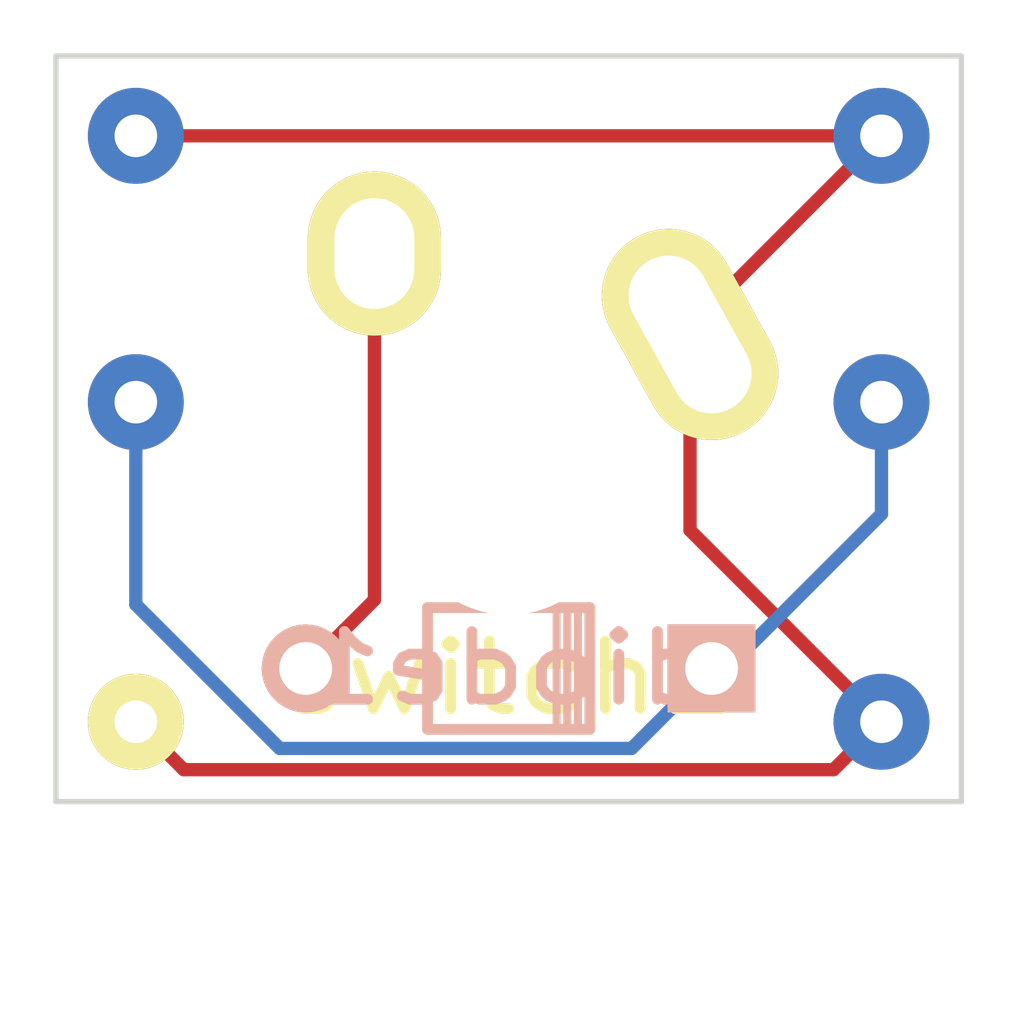
<source format=kicad_pcb>
(kicad_pcb (version 20171130) (host pcbnew 5.1.6)

  (general
    (thickness 1.6)
    (drawings 4)
    (tracks 17)
    (zones 0)
    (modules 8)
    (nets 4)
  )

  (page A4)
  (layers
    (0 F.Cu signal)
    (31 B.Cu signal)
    (32 B.Adhes user)
    (33 F.Adhes user)
    (34 B.Paste user)
    (35 F.Paste user)
    (36 B.SilkS user)
    (37 F.SilkS user)
    (38 B.Mask user)
    (39 F.Mask user)
    (40 Dwgs.User user)
    (41 Cmts.User user)
    (42 Eco1.User user)
    (43 Eco2.User user)
    (44 Edge.Cuts user)
    (45 Margin user)
    (46 B.CrtYd user)
    (47 F.CrtYd user)
    (48 B.Fab user)
    (49 F.Fab user)
  )

  (setup
    (last_trace_width 0.25)
    (trace_clearance 0.2)
    (zone_clearance 0.508)
    (zone_45_only no)
    (trace_min 0.2)
    (via_size 0.8)
    (via_drill 0.4)
    (via_min_size 0.4)
    (via_min_drill 0.3)
    (uvia_size 0.3)
    (uvia_drill 0.1)
    (uvias_allowed no)
    (uvia_min_size 0.2)
    (uvia_min_drill 0.1)
    (edge_width 0.1)
    (segment_width 0.2)
    (pcb_text_width 0.3)
    (pcb_text_size 1.5 1.5)
    (mod_edge_width 0.15)
    (mod_text_size 1 1)
    (mod_text_width 0.15)
    (pad_size 1.8 1.8)
    (pad_drill 0.8)
    (pad_to_mask_clearance 0)
    (aux_axis_origin 0 0)
    (visible_elements FFFFFF7F)
    (pcbplotparams
      (layerselection 0x010fc_ffffffff)
      (usegerberextensions false)
      (usegerberattributes true)
      (usegerberadvancedattributes true)
      (creategerberjobfile true)
      (excludeedgelayer true)
      (linewidth 0.100000)
      (plotframeref false)
      (viasonmask false)
      (mode 1)
      (useauxorigin false)
      (hpglpennumber 1)
      (hpglpenspeed 20)
      (hpglpendiameter 15.000000)
      (psnegative false)
      (psa4output false)
      (plotreference true)
      (plotvalue true)
      (plotinvisibletext false)
      (padsonsilk false)
      (subtractmaskfromsilk false)
      (outputformat 1)
      (mirror false)
      (drillshape 0)
      (scaleselection 1)
      (outputdirectory "gerber"))
  )

  (net 0 "")
  (net 1 "Net-(J1-Pad1)")
  (net 2 "Net-(diode1-Pad2)")
  (net 3 "Net-(J2-Pad1)")

  (net_class Default "This is the default net class."
    (clearance 0.2)
    (trace_width 0.25)
    (via_dia 0.8)
    (via_drill 0.4)
    (uvia_dia 0.3)
    (uvia_drill 0.1)
    (add_net "Net-(J1-Pad1)")
    (add_net "Net-(J2-Pad1)")
    (add_net "Net-(diode1-Pad2)")
  )

  (module footprints:wirepad (layer F.Cu) (tedit 5ECAD706) (tstamp 5ECAD877)
    (at 33 44)
    (path /5ECAEBCC)
    (fp_text reference J3 (at 0 1.778) (layer F.SilkS) hide
      (effects (font (size 1 1) (thickness 0.15)))
    )
    (fp_text value Conn_01x01 (at 0 -1.778) (layer F.Fab) hide
      (effects (font (size 1 1) (thickness 0.15)))
    )
    (pad 1 thru_hole circle (at 0 0) (size 1.8 1.8) (drill 0.8) (layers *.Cu *.Mask F.SilkS)
      (net 3 "Net-(J2-Pad1)"))
  )

  (module footprints:1u-flipped (layer F.Cu) (tedit 5ECACC81) (tstamp 5ECADAF5)
    (at 40 40)
    (path /5ECAD067)
    (fp_text reference switch1 (at 0 3.175) (layer F.SilkS)
      (effects (font (size 1.27 1.524) (thickness 0.2032)))
    )
    (fp_text value switch (at 0 5.08) (layer F.SilkS) hide
      (effects (font (size 1.27 1.524) (thickness 0.2032)))
    )
    (fp_line (start -9.5 -9.5) (end 9.5 -9.5) (layer Dwgs.User) (width 0.1))
    (fp_line (start 9.5 -9.5) (end 9.5 9.5) (layer Dwgs.User) (width 0.1))
    (fp_line (start 9.5 9.5) (end -9.5 9.5) (layer Dwgs.User) (width 0.1))
    (fp_line (start -9.5 9.5) (end -9.5 -9.5) (layer Dwgs.User) (width 0.1))
    (fp_line (start -7 -7) (end 7 -7) (layer Eco2.User) (width 0.1))
    (fp_line (start 7 -7) (end 7 7) (layer Eco2.User) (width 0.1))
    (fp_line (start 7 7) (end -7 7) (layer Eco2.User) (width 0.1))
    (fp_line (start -7 7) (end -7 -7) (layer Eco2.User) (width 0.1))
    (fp_text user 1.00u (at -5.715 8.255) (layer Dwgs.User)
      (effects (font (size 1.524 1.524) (thickness 0.3048)))
    )
    (pad 1 thru_hole oval (at -2.52 -4.79) (size 2.5 3.08) (drill oval 1.5 2.08) (layers *.Cu *.Mask F.SilkS)
      (net 2 "Net-(diode1-Pad2)"))
    (pad 2 thru_hole oval (at 3.405 -3.27 29) (size 2.5 4.17) (drill oval 1.5 3.17) (layers *.Cu *.Mask F.SilkS)
      (net 3 "Net-(J2-Pad1)"))
    (pad HOLE np_thru_hole circle (at 5.08 0) (size 1.8 1.8) (drill 1.8) (layers *.Cu))
    (pad HOLE np_thru_hole circle (at -5.08 0) (size 1.8 1.8) (drill 1.8) (layers *.Cu))
    (pad HOLE np_thru_hole circle (at 0 0) (size 3.9878 3.9878) (drill 3.9878) (layers *.Cu))
  )

  (module footprints:wirepad (layer F.Cu) (tedit 5ECAD735) (tstamp 5ECADAE3)
    (at 47 44)
    (path /5ECAE8C9)
    (fp_text reference J6 (at 0 1.778) (layer F.SilkS) hide
      (effects (font (size 1 1) (thickness 0.15)))
    )
    (fp_text value Conn_01x01 (at 0 -1.778) (layer F.Fab) hide
      (effects (font (size 1 1) (thickness 0.15)))
    )
    (pad 1 thru_hole circle (at 0 0) (size 1.8 1.8) (drill 0.8) (layers *.Cu *.Mask)
      (net 3 "Net-(J2-Pad1)"))
  )

  (module footprints:wirepad (layer F.Cu) (tedit 5ECAD730) (tstamp 5ECADADE)
    (at 47 33)
    (path /5ECAF0F3)
    (fp_text reference J5 (at 0 1.778) (layer F.SilkS) hide
      (effects (font (size 1 1) (thickness 0.15)))
    )
    (fp_text value Conn_01x01 (at 0 -1.778) (layer F.Fab) hide
      (effects (font (size 1 1) (thickness 0.15)))
    )
    (pad 1 thru_hole circle (at 0 0) (size 1.8 1.8) (drill 0.8) (layers *.Cu *.Mask)
      (net 3 "Net-(J2-Pad1)"))
  )

  (module footprints:wirepad (layer F.Cu) (tedit 5ECAD726) (tstamp 5ECADAD9)
    (at 33 38)
    (path /5ECAF43C)
    (fp_text reference J4 (at 0 1.778) (layer F.SilkS) hide
      (effects (font (size 1 1) (thickness 0.15)))
    )
    (fp_text value Conn_01x01 (at 0 -1.778) (layer F.Fab) hide
      (effects (font (size 1 1) (thickness 0.15)))
    )
    (pad 1 thru_hole circle (at 0 0) (size 1.8 1.8) (drill 0.8) (layers *.Cu *.Mask)
      (net 1 "Net-(J1-Pad1)"))
  )

  (module footprints:wirepad (layer F.Cu) (tedit 5ECAD72B) (tstamp 5ECADACF)
    (at 33 33)
    (path /5ECACC9B)
    (fp_text reference J2 (at 0 1.778) (layer F.SilkS) hide
      (effects (font (size 1 1) (thickness 0.15)))
    )
    (fp_text value Conn_01x01 (at 0 -1.778) (layer F.Fab) hide
      (effects (font (size 1 1) (thickness 0.15)))
    )
    (pad 1 thru_hole circle (at 0 0) (size 1.8 1.8) (drill 0.8) (layers *.Cu *.Mask)
      (net 3 "Net-(J2-Pad1)"))
  )

  (module footprints:wirepad (layer F.Cu) (tedit 5ECAD73A) (tstamp 5ECADACA)
    (at 47 38)
    (path /5ECB0D93)
    (fp_text reference J1 (at 0 1.778) (layer F.SilkS) hide
      (effects (font (size 1 1) (thickness 0.15)))
    )
    (fp_text value Conn_01x01 (at 0 -1.778) (layer F.Fab) hide
      (effects (font (size 1 1) (thickness 0.15)))
    )
    (pad 1 thru_hole circle (at 0 0) (size 1.8 1.8) (drill 0.8) (layers *.Cu *.Mask)
      (net 1 "Net-(J1-Pad1)"))
  )

  (module footprints:diode (layer B.Cu) (tedit 5E4F804C) (tstamp 5ECADAC5)
    (at 40 43)
    (path /5ECAD53E)
    (fp_text reference diode1 (at 0 0) (layer B.SilkS)
      (effects (font (size 1.27 1.524) (thickness 0.2032)) (justify mirror))
    )
    (fp_text value diode (at 0 0) (layer B.SilkS) hide
      (effects (font (size 1.27 1.524) (thickness 0.2032)) (justify mirror))
    )
    (fp_line (start -1.524 -1.143) (end -1.524 1.143) (layer F.SilkS) (width 0.2032))
    (fp_line (start 1.524 -1.143) (end -1.524 -1.143) (layer F.SilkS) (width 0.2032))
    (fp_line (start 1.524 1.143) (end 1.524 -1.143) (layer F.SilkS) (width 0.2032))
    (fp_line (start -1.524 1.143) (end 1.524 1.143) (layer F.SilkS) (width 0.2032))
    (fp_line (start -1.524 -1.143) (end -1.524 1.143) (layer B.SilkS) (width 0.2032))
    (fp_line (start 1.524 -1.143) (end -1.524 -1.143) (layer B.SilkS) (width 0.2032))
    (fp_line (start 1.524 1.143) (end 1.524 -1.143) (layer B.SilkS) (width 0.2032))
    (fp_line (start -1.524 1.143) (end 1.524 1.143) (layer B.SilkS) (width 0.2032))
    (fp_line (start 1.3 -1.1) (end 1.3 1) (layer F.SilkS) (width 0.15))
    (fp_line (start 1.3 1.1) (end 1.3 1) (layer F.SilkS) (width 0.15))
    (fp_line (start 1.3 1) (end 1.3 1.1) (layer F.SilkS) (width 0.15))
    (fp_line (start 1.1 1.1) (end 1.1 -1.1) (layer F.SilkS) (width 0.15))
    (fp_line (start 0.9 -1.1) (end 0.9 1.1) (layer F.SilkS) (width 0.15))
    (fp_line (start 1.3 -1.1) (end 1.3 1) (layer B.SilkS) (width 0.15))
    (fp_line (start 1.3 1.1) (end 1.3 1) (layer B.SilkS) (width 0.15))
    (fp_line (start 1.3 1) (end 1.3 1.1) (layer B.SilkS) (width 0.15))
    (fp_line (start 1.1 1.1) (end 1.1 -1.1) (layer B.SilkS) (width 0.15))
    (fp_line (start 0.9 -1.1) (end 0.9 1.1) (layer B.SilkS) (width 0.15))
    (pad 1 thru_hole rect (at 3.81 0) (size 1.651 1.651) (drill 0.9906) (layers *.Cu *.SilkS *.Mask)
      (net 1 "Net-(J1-Pad1)"))
    (pad 2 thru_hole circle (at -3.81 0) (size 1.651 1.651) (drill 0.9906) (layers *.Cu *.SilkS *.Mask)
      (net 2 "Net-(diode1-Pad2)"))
  )

  (gr_line (start 31.5 45.5) (end 31.5 31.5) (layer Edge.Cuts) (width 0.1) (tstamp 5ECADB72))
  (gr_line (start 48.5 45.5) (end 31.5 45.5) (layer Edge.Cuts) (width 0.1))
  (gr_line (start 48.5 31.5) (end 48.5 45.5) (layer Edge.Cuts) (width 0.1))
  (gr_line (start 31.5 31.5) (end 48.5 31.5) (layer Edge.Cuts) (width 0.1))

  (segment (start 42.31 44.5) (end 43.81 43) (width 0.25) (layer B.Cu) (net 1))
  (segment (start 35.7 44.5) (end 42.31 44.5) (width 0.25) (layer B.Cu) (net 1))
  (segment (start 33 41.8) (end 35.7 44.5) (width 0.25) (layer B.Cu) (net 1))
  (segment (start 33 38) (end 33 41.8) (width 0.25) (layer B.Cu) (net 1))
  (segment (start 47 40.1) (end 47 38) (width 0.25) (layer B.Cu) (net 1))
  (segment (start 44.1 43) (end 47 40.1) (width 0.25) (layer B.Cu) (net 1))
  (segment (start 43.81 43) (end 44.1 43) (width 0.25) (layer B.Cu) (net 1))
  (segment (start 37.48 41.71) (end 36.19 43) (width 0.25) (layer F.Cu) (net 2))
  (segment (start 37.48 35.21) (end 37.48 41.71) (width 0.25) (layer F.Cu) (net 2))
  (segment (start 43.405 36.595) (end 43.405 36.73) (width 0.25) (layer F.Cu) (net 3))
  (segment (start 47 33) (end 43.405 36.595) (width 0.25) (layer F.Cu) (net 3))
  (segment (start 43.405 36.73) (end 43.405 40.405) (width 0.25) (layer F.Cu) (net 3))
  (segment (start 43.405 40.405) (end 47 44) (width 0.25) (layer F.Cu) (net 3))
  (segment (start 33 33) (end 47 33) (width 0.25) (layer F.Cu) (net 3))
  (segment (start 33.899999 44.899999) (end 33 44) (width 0.25) (layer F.Cu) (net 3))
  (segment (start 46.100001 44.899999) (end 33.899999 44.899999) (width 0.25) (layer F.Cu) (net 3))
  (segment (start 47 44) (end 46.100001 44.899999) (width 0.25) (layer F.Cu) (net 3))

)

</source>
